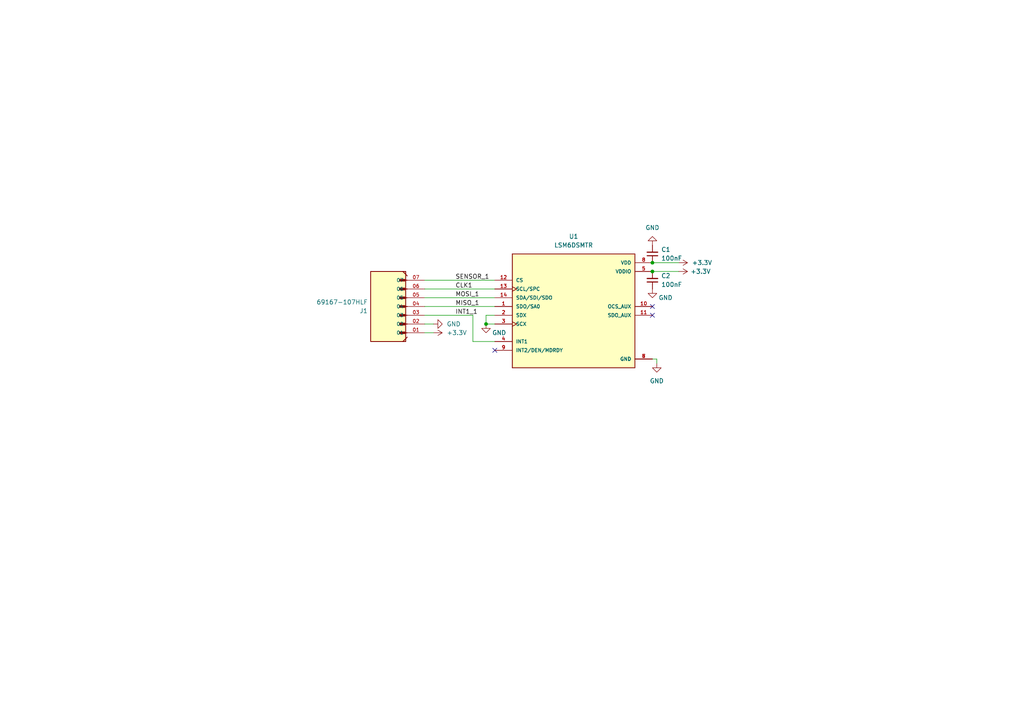
<source format=kicad_sch>
(kicad_sch (version 20230121) (generator eeschema)
  (paper "A4")
  (lib_symbols
    (symbol "69167-107HLF:69167-107HLF" (pin_names (offset 1.016))
      (property "Reference" "J" (at -5.58 10.16 0))
      (property "Value" "69167-107HLF" (at -5.08 -12.7 0))
      (symbol "69167-107HLF_0_0"
        (rectangle (start -4.647 -10.16) (end 5.513 10.16) (stroke (width 0.254)) (fill (type background)))
        (rectangle (start -4.445 -7.9375) (end -2.8575 -7.3025) (stroke (width 0.1)) (fill (type outline)))
        (rectangle (start -4.445 -5.3975) (end -2.8575 -4.7625) (stroke (width 0.1)) (fill (type outline)))
        (rectangle (start -4.445 -2.8575) (end -2.8575 -2.2225) (stroke (width 0.1)) (fill (type outline)))
        (rectangle (start -4.445 -0.3175) (end -2.8575 0.3175) (stroke (width 0.1)) (fill (type outline)))
        (rectangle (start -4.445 2.2225) (end -2.8575 2.8575) (stroke (width 0.1)) (fill (type outline)))
        (rectangle (start -4.445 4.7625) (end -2.8575 5.3975) (stroke (width 0.1)) (fill (type outline)))
        (rectangle (start -4.445 7.3025) (end -2.8575 7.9375) (stroke (width 0.1)) (fill (type outline)))
        (polyline (pts (xy -5.08 -8.89) (xy -3.81 -10.16)) (stroke (width 0.254)))
        (polyline (pts (xy -5.08 -7.62) (xy -3.175 -7.62)) (stroke (width 0.254)))
        (polyline (pts (xy -5.08 -5.08) (xy -3.175 -5.08)) (stroke (width 0.254)))
        (polyline (pts (xy -5.08 -2.54) (xy -3.175 -2.54)) (stroke (width 0.254)))
        (polyline (pts (xy -5.08 0) (xy -3.175 0)) (stroke (width 0.254)))
        (polyline (pts (xy -5.08 2.54) (xy -3.175 2.54)) (stroke (width 0.254)))
        (polyline (pts (xy -5.08 5.08) (xy -3.175 5.08)) (stroke (width 0.254)))
        (polyline (pts (xy -5.08 7.62) (xy -3.175 7.62)) (stroke (width 0.254)))
        (polyline (pts (xy -5.08 8.89) (xy -3.81 10.16)) (stroke (width 0.254)))
        (pin passive line (at -10.16 7.62 0) (length 5.08) (name "01") (number "01"))
        (pin passive line (at -10.16 5.08 0) (length 5.08) (name "02") (number "02"))
        (pin passive line (at -10.16 2.54 0) (length 5.08) (name "03") (number "03"))
        (pin passive line (at -10.16 0 0) (length 5.08) (name "04") (number "04"))
        (pin passive line (at -10.16 -2.54 0) (length 5.08) (name "05") (number "05"))
        (pin passive line (at -10.16 -5.08 0) (length 5.08) (name "06") (number "06"))
        (pin passive line (at -10.16 -7.62 0) (length 5.08) (name "07") (number "07"))
      )
    )
    (symbol "Device:C_Small" (pin_numbers hide) (pin_names (offset 0.254) hide)
      (property "Reference" "C" (at 0.254 1.778 0))
      (property "Value" "C_Small" (at 0.254 -2.032 0))
      (symbol "C_Small_0_1"
        (polyline (pts (xy -1.524 -0.508) (xy 1.524 -0.508)) (stroke (width 0.3302)))
        (polyline (pts (xy -1.524 0.508) (xy 1.524 0.508)) (stroke (width 0.3048)))
      )
      (symbol "C_Small_1_1"
        (pin passive line (at 0 2.54 270) (length 2.032) (name "~") (number "1"))
        (pin passive line (at 0 -2.54 90) (length 2.032) (name "~") (number "2"))
      )
    )
    (symbol "LSM6DSMTR:LSM6DSMTR" (pin_names (offset 1.016))
      (property "Reference" "U" (at -17.78 16.51 0))
      (property "Value" "LSM6DSMTR" (at -17.78 -21.59 0))
      (symbol "LSM6DSMTR_0_0"
        (rectangle (start -17.78 -17.78) (end 17.78 15.24) (stroke (width 0.254)) (fill (type background)))
        (pin bidirectional line (at -22.86 0 0) (length 5.08) (name "SDO/SA0") (number "1"))
        (pin input line (at 22.86 0 180) (length 5.08) (name "OCS_AUX") (number "10"))
        (pin bidirectional line (at 22.86 -2.54 180) (length 5.08) (name "SDO_AUX") (number "11"))
        (pin input line (at -22.86 7.62 0) (length 5.08) (name "CS") (number "12"))
        (pin input clock (at -22.86 5.08 0) (length 5.08) (name "SCL/SPC") (number "13"))
        (pin bidirectional line (at -22.86 2.54 0) (length 5.08) (name "SDA/SDI/SDO") (number "14"))
        (pin bidirectional line (at -22.86 -2.54 0) (length 5.08) (name "SDX") (number "2"))
        (pin bidirectional clock (at -22.86 -5.08 0) (length 5.08) (name "SCX") (number "3"))
        (pin input line (at -22.86 -10.16 0) (length 5.08) (name "INT1") (number "4"))
        (pin power_in line (at 22.86 10.16 180) (length 5.08) (name "VDDIO") (number "5"))
        (pin power_in line (at 22.86 -15.24 180) (length 5.08) (name "GND") (number "6"))
        (pin power_in line (at 22.86 -15.24 180) (length 5.08) (name "GND") (number "7"))
        (pin power_in line (at 22.86 12.7 180) (length 5.08) (name "VDD") (number "8"))
        (pin input line (at -22.86 -12.7 0) (length 5.08) (name "INT2/DEN/MDRDY") (number "9"))
      )
    )
    (symbol "power:+3.3V" (power) (pin_names (offset 0))
      (property "Value" "+3.3V" (at 0 3.556 0))
      (symbol "+3.3V_0_1"
        (polyline (pts (xy -0.762 1.27) (xy 0 2.54)))
        (polyline (pts (xy 0 0) (xy 0 2.54)))
        (polyline (pts (xy 0 2.54) (xy 0.762 1.27)))
      )
      (symbol "+3.3V_1_1"
        (pin power_in line (at 0 0 90) (length 0) hide (name "+3.3V") (number "1"))
      )
    )
    (symbol "power:GND" (power) (pin_names (offset 0))
      (property "Value" "GND" (at 0 -3.81 0))
      (symbol "GND_0_1"
        (polyline (pts (xy 0 0) (xy 0 -1.27) (xy 1.27 -1.27) (xy 0 -2.54) (xy -1.27 -1.27) (xy 0 -1.27)))
      )
      (symbol "GND_1_1"
        (pin power_in line (at 0 0 270) (length 0) hide (name "GND") (number "1"))
      )
    )
  )
  (junction (at 189.23 78.74))
  (junction (at 140.97 93.98))
  (junction (at 189.23 76.2))
  (no_connect (at 189.23 91.44))
  (no_connect (at 143.51 101.6))
  (no_connect (at 189.23 88.9))
  (wire (pts (xy 123.19 88.9) (xy 143.51 88.9)))
  (wire (pts (xy 140.97 91.44) (xy 140.97 93.98)))
  (wire (pts (xy 189.23 78.74) (xy 196.85 78.74)))
  (wire (pts (xy 123.19 86.36) (xy 143.51 86.36)))
  (wire (pts (xy 143.51 91.44) (xy 140.97 91.44)))
  (wire (pts (xy 123.19 83.82) (xy 143.51 83.82)))
  (wire (pts (xy 137.16 91.44) (xy 137.16 99.06)))
  (wire (pts (xy 189.23 104.14) (xy 190.5 104.14)))
  (wire (pts (xy 123.19 93.98) (xy 125.73 93.98)))
  (wire (pts (xy 189.23 76.2) (xy 196.85 76.2)))
  (wire (pts (xy 123.19 91.44) (xy 137.16 91.44)))
  (wire (pts (xy 137.16 99.06) (xy 143.51 99.06)))
  (wire (pts (xy 123.19 81.28) (xy 143.51 81.28)))
  (wire (pts (xy 190.5 104.14) (xy 190.5 105.41)))
  (wire (pts (xy 123.19 96.52) (xy 125.73 96.52)))
  (wire (pts (xy 140.97 93.98) (xy 143.51 93.98)))
  (label "MISO_1" (at 132.08 88.9 0))
  (label "MOSI_1" (at 132.08 86.36 0))
  (label "CLK1" (at 132.08 83.82 0))
  (label "SENSOR_1" (at 132.08 81.28 0))
  (label "INT1_1" (at 132.08 91.44 0))
  (symbol (lib_id "power:+3.3V") (at 125.73 96.52 270) (unit 1)
    (property "Reference" "#PWR02" (effects hide))
    (property "Value" "+3.3V" (at 129.54 96.52 90) (effects (justify left)))
  )
  (symbol (lib_id "power:GND") (at 140.97 93.98 0) (unit 1)
    (property "Reference" "#PWR03" (effects hide))
    (property "Value" "GND" (at 144.78 96.52 0))
  )
  (symbol (lib_id "power:+3.3V") (at 196.85 76.2 270) (unit 1)
    (property "Reference" "#PWR07" (effects hide))
    (property "Value" "+3.3V" (at 200.66 76.2 90) (effects (justify left)))
  )
  (symbol (lib_id "power:GND") (at 189.23 83.82 0) (unit 1)
    (property "Reference" "#PWR05" (effects hide))
    (property "Value" "GND" (at 193.04 86.36 0))
  )
  (symbol (lib_id "power:GND") (at 189.23 71.12 180) (unit 1)
    (property "Reference" "#PWR04" (effects hide))
    (property "Value" "GND" (at 189.23 66.04 0))
  )
  (symbol (lib_id "power:+3.3V") (at 196.85 78.74 270) (unit 1)
    (property "Reference" "#PWR08" (effects hide))
    (property "Value" "+3.3V" (at 203.2 78.74 90))
  )
  (symbol (lib_id "power:GND") (at 190.5 105.41 0) (unit 1)
    (property "Reference" "#PWR06" (effects hide))
    (property "Value" "GND" (at 190.5 110.49 0))
  )
  (symbol (lib_id "LSM6DSMTR:LSM6DSMTR") (at 166.37 88.9 0) (unit 1)
    (property "Reference" "U1" (at 166.37 68.58 0))
    (property "Value" "LSM6DSMTR" (at 166.37 71.12 0))
    (property "Footprint" "LSM6DSMTR (1):PQFN50P300X250X86-14N" (effects hide))
    (property "MF" "STMicroelectronics" (effects hide))
    (property "MAXIMUM_PACKAGE_HEIGHT" "0.86 mm" (effects hide))
    (property "Package" "VFLGA-14 STMicroelectronics" (effects hide))
    (property "Price" "None" (effects hide))
    (property "Check_prices" "https://www.snapeda.com/parts/LSM6DSMTR/STMicroelectronics/view-part/?ref=eda" (effects hide))
    (property "STANDARD" "IPC 7351B" (effects hide))
    (property "PARTREV" "Rev 7" (effects hide))
    (property "SnapEDA_Link" "https://www.snapeda.com/parts/LSM6DSMTR/STMicroelectronics/view-part/?ref=snap" (effects hide))
    (property "MP" "LSM6DSMTR" (effects hide))
    (property "Purchase-URL" "https://www.snapeda.com/api/url_track_click_mouser/?unipart_id=581716&manufacturer=STMicroelectronics&part_name=LSM6DSMTR&search_term=None" (effects hide))
    (property "Description" "\nAccelerometer, Gyroscope, Temperature, 6 Axis Sensor I2C, SPI Output\n" (effects hide))
    (property "Availability" "In Stock" (effects hide))
    (property "MANUFACTURER" "STMicroelectronics" (effects hide))
  )
  (symbol (lib_id "69167-107HLF:69167-107HLF") (at 113.03 88.9 180) (unit 1)
    (property "Reference" "J1" (at 106.68 90.17 0) (effects (justify left)))
    (property "Value" "69167-107HLF" (at 106.68 87.63 0) (effects (justify left)))
    (property "Footprint" "69167-107HLF:AMPHENOL_69167-107HLF" (effects hide))
    (property "MF" "Amphenol CS (FCI)" (effects hide))
    (property "Description" "\nPV Shrouded Header, Wire to Board connector, 2 Wall Shrouded Header - Through Hole - Single row - 7 Positions 2.54mm - Vertical.\n" (effects hide))
    (property "Package" "None" (effects hide))
    (property "Price" "None" (effects hide))
    (property "Check_prices" "https://www.snapeda.com/parts/69167-107HLF/Amphenol+FCI/view-part/?ref=eda" (effects hide))
    (property "STANDARD" "Manufacturer Recommendations" (effects hide))
    (property "PARTREV" "W" (effects hide))
    (property "SnapEDA_Link" "https://www.snapeda.com/parts/69167-107HLF/Amphenol+FCI/view-part/?ref=snap" (effects hide))
    (property "MP" "69167-107HLF" (effects hide))
    (property "Purchase-URL" "https://www.snapeda.com/api/url_track_click_mouser/?unipart_id=9742722&manufacturer=Amphenol CS (FCI)&part_name=69167-107HLF&search_term=69167-107hlf" (effects hide))
    (property "Availability" "In Stock" (effects hide))
    (property "MANUFACTURER" "Amphenol CS (FCI)" (effects hide))
  )
  (symbol (lib_id "Device:C_Small") (at 189.23 73.66 180) (unit 1)
    (property "Reference" "C1" (at 191.77 72.3836 0) (effects (justify right)))
    (property "Value" "100nF" (at 191.77 74.9236 0) (effects (justify right)))
  )
  (symbol (lib_id "power:GND") (at 125.73 93.98 90) (unit 1)
    (property "Reference" "#PWR01" (effects hide))
    (property "Value" "GND" (at 129.54 93.98 90) (effects (justify right)))
  )
  (symbol (lib_id "Device:C_Small") (at 189.23 81.28 180) (unit 1)
    (property "Reference" "C2" (at 191.77 80.0036 0) (effects (justify right)))
    (property "Value" "100nF" (at 191.77 82.5436 0) (effects (justify right)))
  )
)
</source>
